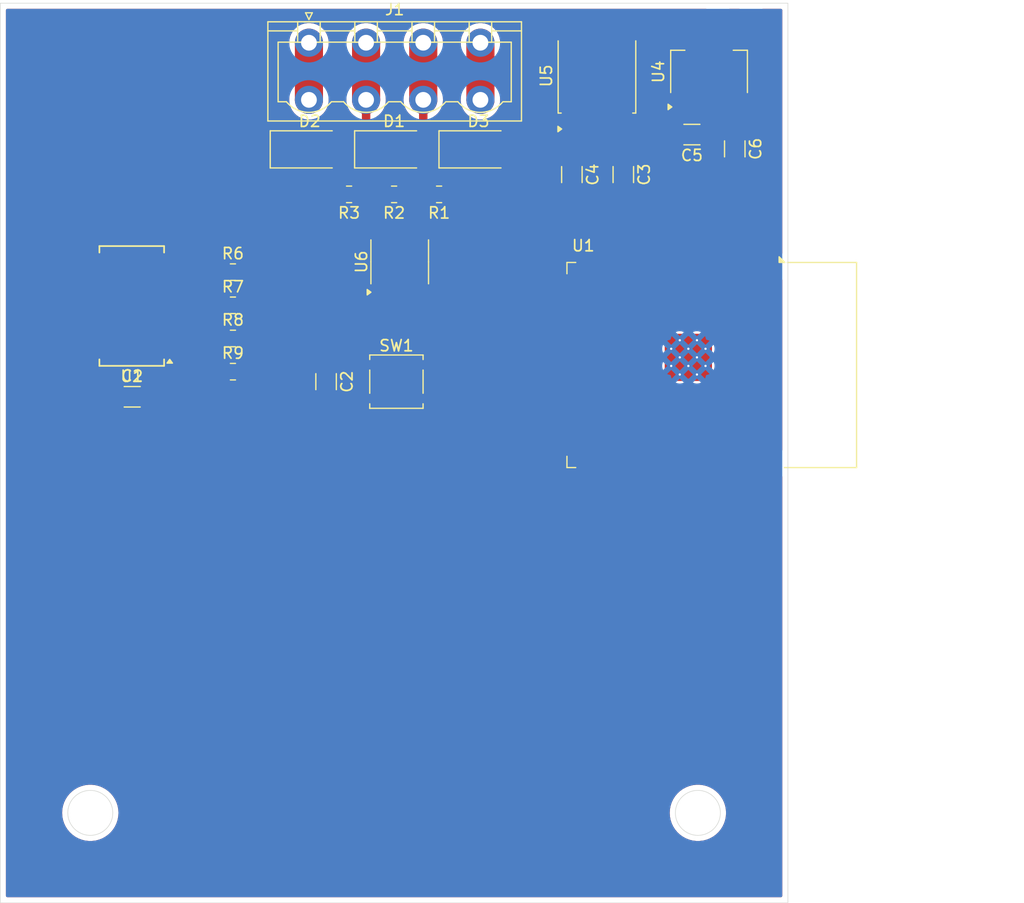
<source format=kicad_pcb>
(kicad_pcb (version 20240108) (generator "pcbnew") (generator_version "8.0")
  (layers (0 "F.Cu" signal) (31 "B.Cu" signal) (34 "B.Paste" user) (35 "F.Paste" user) (36 "B.SilkS" user "B.Silkscreen") (37 "F.SilkS" user "F.Silkscreen") (38 "B.Mask" user) (39 "F.Mask" user) (44 "Edge.Cuts" user))
  (net 0 "")
  (net 2 "/vccio")
  (net 3 "GND")
  (net 4 "reset")
  (net 7 "Net-(D1-A1)")
  (net 14 "Net-(D1-A2)")
  (net 18 "Net-(U2-DTR)")
  (net 25 "Net-(U2-RTS)")
  (net 30 "boot")
  (net 31 "rts1")
  (net 34 "txd0")
  (net 38 "+12V")
  (net 39 "+3.3V")
  (net 40 "txd1")
  (net 42 "rxd1")
  (net 43 "rxd0")
  (net 44 "+5V")
  (net 46 "Net-(P1-D+)")
  (net 47 "VUSB")
  (net 55 "Net-(P1-D-)")
  (net 61 "Net-(D4-K)")
  (net 62 "unconnected-(J1-Pin_4-Pad4)")
  (footprint "Diode_SMD:D_SMA" (layer "F.Cu") (at 212 60.5)
    (property "Reference" "D1" (at 0 -2.5 0) (layer "F.SilkS"))
    (property "Value" "SMAJ12CA")
    (fp_line (start -3.51 -1.65) (end -3.51 1.65) (stroke (width 0.12)) (layer "F.SilkS"))
    (fp_line (start -3.51 -1.65) (end 2 -1.65) (stroke (width 0.12)) (layer "F.SilkS"))
    (fp_line (start -3.51 1.65) (end 2 1.65) (stroke (width 0.12)) (layer "F.SilkS"))
    (pad "1" smd roundrect (at -2 0) (size 2.5 1.8) (layers "F.Cu" "F.Paste" "F.Mask") (roundrect_rratio 0.1388888889) (net 7 "Net-(D1-A1)"))
    (pad "2" smd roundrect (at 2 0) (size 2.5 1.8) (layers "F.Cu" "F.Paste" "F.Mask") (roundrect_rratio 0.1388888889) (net 14 "Net-(D1-A2)"))
  )
  (footprint "Resistor_SMD:R_0805_2012Metric_Pad1.20x1.40mm_HandSolder" (layer "F.Cu") (at 208 64.5 180)
    (property "Reference" "R3" (at 0 -1.65 180) (layer "F.SilkS"))
    (property "Value" "560")
    (fp_line (start -0.227064 0.735) (end 0.227064 0.735) (stroke (width 0.12)) (layer "F.SilkS"))
    (fp_line (start -0.227064 -0.735) (end 0.227064 -0.735) (stroke (width 0.12)) (layer "F.SilkS"))
    (pad "1" smd roundrect (at -1 0 180) (size 1.2 1.4) (layers "F.Cu" "F.Paste" "F.Mask") (roundrect_rratio 0.208333) (net 7 "Net-(D1-A1)"))
    (pad "2" smd roundrect (at 1 0 180) (size 1.2 1.4) (layers "F.Cu" "F.Paste" "F.Mask") (roundrect_rratio 0.208333) (net 44 "+5V"))
  )
  (footprint "Capacitor_SMD:C_1206_3216Metric" (layer "F.Cu") (at 227.8 62.74 -90)
    (property "Reference" "C4" (at 0 -1.85 90) (layer "F.SilkS"))
    (property "Value" "10u")
    (fp_line (start -0.711252 0.91) (end 0.711252 0.91) (stroke (width 0.12)) (layer "F.SilkS"))
    (fp_line (start -0.711252 -0.91) (end 0.711252 -0.91) (stroke (width 0.12)) (layer "F.SilkS"))
    (pad "1" smd roundrect (at -1.475 0 270) (size 1.15 1.8) (layers "F.Cu" "F.Paste" "F.Mask") (roundrect_rratio 0.217391) (net 38 "+12V"))
    (pad "2" smd roundrect (at 1.475 0 270) (size 1.15 1.8) (layers "F.Cu" "F.Paste" "F.Mask") (roundrect_rratio 0.217391) (net 3 "GND"))
  )
  (footprint "Capacitor_SMD:C_1206_3216Metric" (layer "F.Cu") (at 188.725 82.5)
    (property "Reference" "C1" (at 0 -1.85 0) (layer "F.SilkS"))
    (property "Value" "100n")
    (fp_line (start -0.711252 -0.91) (end 0.711252 -0.91) (stroke (width 0.12)) (layer "F.SilkS"))
    (fp_line (start -0.711252 0.91) (end 0.711252 0.91) (stroke (width 0.12)) (layer "F.SilkS"))
    (pad "1" smd roundrect (at -1.475 0) (size 1.15 1.8) (layers "F.Cu" "F.Paste" "F.Mask") (roundrect_rratio 0.217391) (net 3 "GND"))
    (pad "2" smd roundrect (at 1.475 0) (size 1.15 1.8) (layers "F.Cu" "F.Paste" "F.Mask") (roundrect_rratio 0.217391) (net 2 "/vccio"))
  )
  (footprint "Diode_SMD:D_SMA" (layer "F.Cu") (at 219.5 60.5)
    (property "Reference" "D3" (at 0 -2.5 0) (layer "F.SilkS"))
    (property "Value" "SMAJ12CA")
    (fp_line (start -3.51 -1.65) (end -3.51 1.65) (stroke (width 0.12)) (layer "F.SilkS"))
    (fp_line (start -3.51 -1.65) (end 2 -1.65) (stroke (width 0.12)) (layer "F.SilkS"))
    (fp_line (start -3.51 1.65) (end 2 1.65) (stroke (width 0.12)) (layer "F.SilkS"))
    (pad "1" smd roundrect (at -2 0) (size 2.5 1.8) (layers "F.Cu" "F.Paste" "F.Mask") (roundrect_rratio 0.1388888889) (net 14 "Net-(D1-A2)"))
    (pad "2" smd roundrect (at 2 0) (size 2.5 1.8) (layers "F.Cu" "F.Paste" "F.Mask") (roundrect_rratio 0.1388888889) (net 3 "GND"))
  )
  (footprint "Package_TO_SOT_SMD:TO-252-2" (layer "F.Cu") (at 230.03 53.96 90)
    (property "Reference" "U5" (at 0 -4.5 -90) (layer "F.SilkS"))
    (property "Value" "L7805")
    (fp_line (start 3.11 -3.45) (end -3.31 -3.45) (stroke (width 0.12)) (layer "F.SilkS"))
    (fp_line (start -3.31 -3.45) (end -3.31 -3.18) (stroke (width 0.12)) (layer "F.SilkS"))
    (fp_line (start 3.11 3.45) (end -3.31 3.45) (stroke (width 0.12)) (layer "F.SilkS"))
    (fp_line (start -3.31 3.45) (end -3.31 3.18) (stroke (width 0.12)) (layer "F.SilkS"))
    (fp_poly (pts (xy -4.73 -3.14) (xy -4.97 -3.47) (xy -4.49 -3.47) (xy -4.73 -3.14)) (stroke (width 0.12)) (fill solid) (layer "F.SilkS"))
    (pad "1" smd roundrect (at -5.04 -2.28 90) (size 2.2 1.2) (layers "F.Cu" "F.Paste" "F.Mask") (roundrect_rratio 0.208333) (net 38 "+12V"))
    (pad "2" smd roundrect (at -0.415 -1.525 90) (size 3.05 2.75) (layers "F.Cu" "F.Paste") (roundrect_rratio 0.090909) (net 3 "GND"))
    (pad "2" smd roundrect (at -0.415 1.525 90) (size 3.05 2.75) (layers "F.Cu" "F.Paste") (roundrect_rratio 0.090909) (net 3 "GND"))
    (pad "2" smd roundrect (at 1.26 0 90) (size 6.4 5.8) (layers "F.Cu" "F.Mask") (roundrect_rratio 0.043103) (net 3 "GND"))
    (pad "2" smd roundrect (at 2.935 -1.525 90) (size 3.05 2.75) (layers "F.Cu" "F.Paste") (roundrect_rratio 0.090909) (net 3 "GND"))
    (pad "2" smd roundrect (at 2.935 1.525 90) (size 3.05 2.75) (layers "F.Cu" "F.Paste") (roundrect_rratio 0.090909) (net 3 "GND"))
    (pad "3" smd roundrect (at -5.04 2.28 90) (size 2.2 1.2) (layers "F.Cu" "F.Paste" "F.Mask") (roundrect_rratio 0.208333) (net 44 "+5V"))
  )
  (footprint "Resistor_SMD:R_0805_2012Metric_Pad1.20x1.40mm_HandSolder" (layer "F.Cu") (at 216 64.5 180)
    (property "Reference" "R1" (at 0 -1.65 180) (layer "F.SilkS"))
    (property "Value" "560")
    (fp_line (start -0.227064 0.735) (end 0.227064 0.735) (stroke (width 0.12)) (layer "F.SilkS"))
    (fp_line (start -0.227064 -0.735) (end 0.227064 -0.735) (stroke (width 0.12)) (layer "F.SilkS"))
    (pad "1" smd roundrect (at -1 0 180) (size 1.2 1.4) (layers "F.Cu" "F.Paste" "F.Mask") (roundrect_rratio 0.208333) (net 3 "GND"))
    (pad "2" smd roundrect (at 1 0 180) (size 1.2 1.4) (layers "F.Cu" "F.Paste" "F.Mask") (roundrect_rratio 0.208333) (net 14 "Net-(D1-A2)"))
  )
  (footprint "Capacitor_SMD:C_1206_3216Metric" (layer "F.Cu") (at 242.278 60.454 -90)
    (property "Reference" "C6" (at 0 -1.85 90) (layer "F.SilkS"))
    (property "Value" "10u")
    (fp_line (start -0.711252 0.91) (end 0.711252 0.91) (stroke (width 0.12)) (layer "F.SilkS"))
    (fp_line (start -0.711252 -0.91) (end 0.711252 -0.91) (stroke (width 0.12)) (layer "F.SilkS"))
    (pad "1" smd roundrect (at -1.475 0 270) (size 1.15 1.8) (layers "F.Cu" "F.Paste" "F.Mask") (roundrect_rratio 0.217391) (net 61 "Net-(D4-K)"))
    (pad "2" smd roundrect (at 1.475 0 270) (size 1.15 1.8) (layers "F.Cu" "F.Paste" "F.Mask") (roundrect_rratio 0.217391) (net 3 "GND"))
  )
  (footprint "Resistor_SMD:R_0805_2012Metric_Pad1.20x1.40mm_HandSolder" (layer "F.Cu") (at 197.6775 74.366)
    (property "Reference" "R7" (at 0 -1.65 0) (layer "F.SilkS"))
    (property "Value" "10k")
    (fp_line (start -0.227064 -0.735) (end 0.227064 -0.735) (stroke (width 0.12)) (layer "F.SilkS"))
    (fp_line (start -0.227064 0.735) (end 0.227064 0.735) (stroke (width 0.12)) (layer "F.SilkS"))
    (pad "1" smd roundrect (at -1 0) (size 1.2 1.4) (layers "F.Cu" "F.Paste" "F.Mask") (roundrect_rratio 0.208333) (net 25 "Net-(U2-RTS)"))
    (pad "2" smd roundrect (at 1 0) (size 1.2 1.4) (layers "F.Cu" "F.Paste" "F.Mask") (roundrect_rratio 0.208333))
  )
  (footprint "Diode_SMD:D_SMA" (layer "F.Cu") (at 204.5 60.5)
    (property "Reference" "D2" (at 0 -2.5 0) (layer "F.SilkS"))
    (property "Value" "SMAJ12CA")
    (fp_line (start -3.51 -1.65) (end -3.51 1.65) (stroke (width 0.12)) (layer "F.SilkS"))
    (fp_line (start -3.51 -1.65) (end 2 -1.65) (stroke (width 0.12)) (layer "F.SilkS"))
    (fp_line (start -3.51 1.65) (end 2 1.65) (stroke (width 0.12)) (layer "F.SilkS"))
    (pad "1" smd roundrect (at -2 0) (size 2.5 1.8) (layers "F.Cu" "F.Paste" "F.Mask") (roundrect_rratio 0.1388888889) (net 3 "GND"))
    (pad "2" smd roundrect (at 2 0) (size 2.5 1.8) (layers "F.Cu" "F.Paste" "F.Mask") (roundrect_rratio 0.1388888889) (net 7 "Net-(D1-A1)"))
  )
  (footprint "Resistor_SMD:R_0805_2012Metric_Pad1.20x1.40mm_HandSolder" (layer "F.Cu") (at 212 64.5 180)
    (property "Reference" "R2" (at 0 -1.65 180) (layer "F.SilkS"))
    (property "Value" "120")
    (fp_line (start -0.227064 0.735) (end 0.227064 0.735) (stroke (width 0.12)) (layer "F.SilkS"))
    (fp_line (start -0.227064 -0.735) (end 0.227064 -0.735) (stroke (width 0.12)) (layer "F.SilkS"))
    (pad "1" smd roundrect (at -1 0 180) (size 1.2 1.4) (layers "F.Cu" "F.Paste" "F.Mask") (roundrect_rratio 0.208333) (net 14 "Net-(D1-A2)"))
    (pad "2" smd roundrect (at 1 0 180) (size 1.2 1.4) (layers "F.Cu" "F.Paste" "F.Mask") (roundrect_rratio 0.208333) (net 7 "Net-(D1-A1)"))
  )
  (footprint "RF_Module:ESP32-WROOM-32" (layer "F.Cu") (at 237.243 79.675 -90)
    (property "Reference" "U1" (at -10.61 8.43 180) (layer "F.SilkS"))
    (property "Value" "ESP32-WROOM-32")
    (fp_line (start -9.12 9.88) (end -8.12 9.88) (stroke (width 0.12)) (layer "F.SilkS"))
    (fp_line (start 9.12 9.88) (end 8.12 9.88) (stroke (width 0.12)) (layer "F.SilkS"))
    (fp_line (start -9.12 9.1) (end -9.12 9.88) (stroke (width 0.12)) (layer "F.SilkS"))
    (fp_line (start 9.12 9.1) (end 9.12 9.88) (stroke (width 0.12)) (layer "F.SilkS"))
    (fp_line (start -9.12 -15.86) (end -9.12 -9.7) (stroke (width 0.12)) (layer "F.SilkS"))
    (fp_line (start -9.12 -15.86) (end 9.12 -15.86) (stroke (width 0.12)) (layer "F.SilkS"))
    (fp_line (start 9.12 -15.86) (end 9.12 -9.445) (stroke (width 0.12)) (layer "F.SilkS"))
    (fp_poly (pts (xy -9.125 -8.975) (xy -9.625 -8.975) (xy -9.125 -9.475) (xy -9.125 -8.975)) (stroke (width 0.12)) (fill solid) (layer "F.SilkS"))
    (pad "1" smd rect (at -8.75 -8.25 270) (size 1.5 0.9) (layers "F.Cu" "F.Paste" "F.Mask") (net 3 "GND"))
    (pad "2" smd rect (at -8.75 -6.98 270) (size 1.5 0.9) (layers "F.Cu" "F.Paste" "F.Mask") (net 39 "+3.3V"))
    (pad "3" smd rect (at -8.75 -5.71 270) (size 1.5 0.9) (layers "F.Cu" "F.Paste" "F.Mask") (net 4 "reset"))
    (pad "4" smd rect (at -8.75 -4.44 270) (size 1.5 0.9) (layers "F.Cu" "F.Paste" "F.Mask"))
    (pad "5" smd rect (at -8.75 -3.17 270) (size 1.5 0.9) (layers "F.Cu" "F.Paste" "F.Mask"))
    (pad "6" smd rect (at -8.75 -1.9 270) (size 1.5 0.9) (layers "F.Cu" "F.Paste" "F.Mask"))
    (pad "7" smd rect (at -8.75 -0.63 270) (size 1.5 0.9) (layers "F.Cu" "F.Paste" "F.Mask"))
    (pad "8" smd rect (at -8.75 0.64 270) (size 1.5 0.9) (layers "F.Cu" "F.Paste" "F.Mask"))
    (pad "9" smd rect (at -8.75 1.91 270) (size 1.5 0.9) (layers "F.Cu" "F.Paste" "F.Mask"))
    (pad "10" smd rect (at -8.75 3.18 270) (size 1.5 0.9) (layers "F.Cu" "F.Paste" "F.Mask"))
    (pad "11" smd rect (at -8.75 4.45 270) (size 1.5 0.9) (layers "F.Cu" "F.Paste" "F.Mask"))
    (pad "12" smd rect (at -8.75 5.72 270) (size 1.5 0.9) (layers "F.Cu" "F.Paste" "F.Mask"))
    (pad "13" smd rect (at -8.75 6.99 270) (size 1.5 0.9) (layers "F.Cu" "F.Paste" "F.Mask"))
    (pad "14" smd rect (at -8.75 8.26 270) (size 1.5 0.9) (layers "F.Cu" "F.Paste" "F.Mask"))
    (pad "15" smd rect (at -5.71 9.51) (size 1.5 0.9) (layers "F.Cu" "F.Paste" "F.Mask") (net 3 "GND"))
    (pad "16" smd rect (at -4.44 9.51) (size 1.5 0.9) (layers "F.Cu" "F.Paste" "F.Mask"))
    (pad "17" smd rect (at -3.17 9.51) (size 1.5 0.9) (layers "F.Cu" "F.Paste" "F.Mask") (net 42 "rxd1"))
    (pad "18" smd rect (at -1.9 9.51) (size 1.5 0.9) (layers "F.Cu" "F.Paste" "F.Mask") (net 40 "txd1"))
    (pad "19" smd rect (at -0.63 9.51) (size 1.5 0.9) (layers "F.Cu" "F.Paste" "F.Mask") (net 31 "rts1"))
    (pad "20" smd rect (at 0.64 9.51) (size 1.5 0.9) (layers "F.Cu" "F.Paste" "F.Mask"))
    (pad "21" smd rect (at 1.91 9.51) (size 1.5 0.9) (layers "F.Cu" "F.Paste" "F.Mask"))
    (pad "22" smd rect (at 3.18 9.51) (size 1.5 0.9) (layers "F.Cu" "F.Paste" "F.Mask"))
    (pad "23" smd rect (at 4.45 9.51) (size 1.5 0.9) (layers "F.Cu" "F.Paste" "F.Mask"))
    (pad "24" smd rect (at 5.72 9.51) (size 1.5 0.9) (layers "F.Cu" "F.Paste" "F.Mask"))
    (pad "25" smd rect (at 8.75 8.26 270) (size 1.5 0.9) (layers "F.Cu" "F.Paste" "F.Mask") (net 30 "boot"))
    (pad "26" smd rect (at 8.75 6.99 270) (size 1.5 0.9) (layers "F.Cu" "F.Paste" "F.Mask"))
    (pad "27" smd rect (at 8.75 5.72 270) (size 1.5 0.9) (layers "F.Cu" "F.Paste" "F.Mask"))
    (pad "28" smd rect (at 8.75 4.45 270) (size 1.5 0.9) (layers "F.Cu" "F.Paste" "F.Mask"))
    (pad "29" smd rect (at 8.75 3.18 270) (size 1.5 0.9) (layers "F.Cu" "F.Paste" "F.Mask"))
    (pad "30" smd rect (at 8.75 1.91 270) (size 1.5 0.9) (layers "F.Cu" "F.Paste" "F.Mask"))
    (pad "31" smd rect (at 8.75 0.64 270) (size 1.5 0.9) (layers "F.Cu" "F.Paste" "F.Mask"))
    (pad "32" smd rect (at 8.75 -0.63 270) (size 1.5 0.9) (layers "F.Cu" "F.Paste" "F.Mask"))
    (pad "33" smd rect (at 8.75 -1.9 270) (size 1.5 0.9) (layers "F.Cu" "F.Paste" "F.Mask"))
    (pad "34" smd rect (at 8.75 -3.17 270) (size 1.5 0.9) (layers "F.Cu" "F.Paste" "F.Mask") (net 43 "rxd0"))
    (pad "35" smd rect (at 8.75 -4.44 270) (size 1.5 0.9) (layers "F.Cu" "F.Paste" "F.Mask") (net 34 "txd0"))
    (pad "36" smd rect (at 8.75 -5.71 270) (size 1.5 0.9) (layers "F.Cu" "F.Paste" "F.Mask"))
    (pad "37" smd rect (at 8.75 -6.98 270) (size 1.5 0.9) (layers "F.Cu" "F.Paste" "F.Mask"))
    (pad "38" smd rect (at 8.75 -8.25 270) (size 1.5 0.9) (layers "F.Cu" "F.Paste" "F.Mask") (net 3 "GND"))
    (pad "39" smd rect (at -2.205 -2.435 270) (size 1.05 1.05) (layers "F.Cu" "F.Paste") (net 3 "GND"))
    (pad "39" thru_hole circle (at -2.205 -1.6725 270) (size 0.6 0.6) (drill 0.2) (property pad_prop_heatsink) (layers "*.Cu" "F.Mask") (net 3 "GND"))
    (pad "39" smd rect (at -2.205 -0.91 270) (size 1.05 1.05) (layers "F.Cu" "F.Paste") (net 3 "GND"))
    (pad "39" thru_hole circle (at -2.205 -0.1475 270) (size 0.6 0.6) (drill 0.2) (property pad_prop_heatsink) (layers "*.Cu" "F.Mask") (net 3 "GND"))
    (pad "39" smd rect (at -2.205 0.615 270) (size 1.05 1.05) (layers "F.Cu" "F.Paste") (net 3 "GND"))
    (pad "39" thru_hole circle (at -1.4425 -2.435 270) (size 0.6 0.6) (drill 0.2) (property pad_prop_heatsink) (layers "*.Cu" "F.Mask") (net 3 "GND"))
    (pad "39" thru_hole circle (at -1.4425 -0.91 270) (size 0.6 0.6) (drill 0.2) (property pad_prop_heatsink) (layers "*.Cu" "F.Mask") (net 3 "GND"))
    (pad "39" thru_hole circle (at -1.4425 0.615 270) (size 0.6 0.6) (drill 0.2) (property pad_prop_heatsink) (layers "*.Cu" "F.Mask") (net 3 "GND"))
    (pad "39" smd rect (at -0.68 -2.435 270) (size 1.05 1.05) (layers "F.Cu" "F.Paste") (net 3 "GND"))
    (pad "39" thru_hole circle (at -0.68 -1.6725 270) (size 0.6 0.6) (drill 0.2) (property pad_prop_heatsink) (layers "*.Cu" "F.Mask") (net 3 "GND"))
    (pad "39" smd rect (at -0.68 -0.91 270) (size 1.05 1.05) (layers "F.Cu" "F.Paste") (net 3 "GND"))
    (pad "39" smd rect (at -0.68 -0.91 270) (size 4.2 4.2) (layers "F.Cu" "F.Mask") (net 3 "GND"))
    (pad "39" thru_hole circle (at -0.68 -0.1475 270) (size 0.6 0.6) (drill 0.2) (property pad_prop_heatsink) (layers "*.Cu" "F.Mask") (net 3 "GND"))
    (pad "39" smd rect (at -0.68 0.615 270) (size 1.05 1.05) (layers "F.Cu" "F.Paste") (net 3 "GND"))
    (pad "39" thru_hole circle (at 0.0825 -2.435 270) (size 0.6 0.6) (drill 0.2) (property pad_prop_heatsink) (layers "*.Cu" "F.Mask") (net 3 "GND"))
    (pad "39" thru_hole circle (at 0.0825 -0.91 270) (size 0.6 0.6) (drill 0.2) (property pad_prop_heatsink) (layers "*.Cu" "F.Mask") (net 3 "GND"))
    (pad "39" thru_hole circle (at 0.0825 0.615 270) (size 0.6 0.6) (drill 0.2) (property pad_prop_heatsink) (layers "*.Cu" "F.Mask") (net 3 "GND"))
    (pad "39" smd rect (at 0.845 -2.435 270) (size 1.05 1.05) (layers "F.Cu" "F.Paste") (net 3 "GND"))
    (pad "39" thru_hole circle (at 0.845 -1.6725 270) (size 0.6 0.6) (drill 0.2) (property pad_prop_heatsink) (layers "*.Cu" "F.Mask") (net 3 "GND"))
    (pad "39" smd rect (at 0.845 -0.91 270) (size 1.05 1.05) (layers "F.Cu" "F.Paste") (net 3 "GND"))
    (pad "39" thru_hole circle (at 0.845 -0.1475 270) (size 0.6 0.6) (drill 0.2) (property pad_prop_heatsink) (layers "*.Cu" "F.Mask") (net 3 "GND"))
    (pad "39" smd rect (at 0.845 0.615 270) (size 1.05 1.05) (layers "F.Cu" "F.Paste") (net 3 "GND"))
    (zone (net 0) (net_name "") (layers "F.Cu" "In1.Cu" "B.Cu") (connect_pads (clearance 0)) (min_thickness 0.254)
      (keepout (tracks not_allowed) (vias not_allowed) (pads not_allowed) (copperpour not_allowed) (footprints not_allowed))
      (fill (thermal_gap 0.508) (thermal_bridge_width 0.508))
      (polygon (pts (xy 247.043 55.675) (xy 247.043 103.675) (xy 267.983 103.675) (xy 267.983 55.675)))
    )
  )
  (footprint "Package_SO:SSOP-28_5.3x10.2mm_P0.65mm" (layer "F.Cu") (at 188.684 74.424 180)
    (property "Reference" "U2" (at 0 -6.25 180) (layer "F.SilkS"))
    (property "Value" "FT232RL")
    (fp_line (start 2.875 4.75) (end 2.875 5.325) (stroke (width 0.15)) (layer "F.SilkS"))
    (fp_line (start 2.875 -5.325) (end 2.875 -4.75) (stroke (width 0.15)) (layer "F.SilkS"))
    (fp_line (start -2.875 5.325) (end 2.875 5.325) (stroke (width 0.15)) (layer "F.SilkS"))
    (fp_line (start -2.875 4.75) (end -2.875 5.325) (stroke (width 0.15)) (layer "F.SilkS"))
    (fp_line (start -2.875 -5.325) (end 2.875 -5.325) (stroke (width 0.15)) (layer "F.SilkS"))
    (fp_line (start -2.875 -5.325) (end -2.875 -4.75) (stroke (width 0.15)) (layer "F.SilkS"))
    (fp_poly (pts (xy -3.375 -4.75) (xy -3.615 -5.08) (xy -3.135 -5.08) (xy -3.375 -4.75)) (stroke (width 0.12)) (fill solid) (layer "F.SilkS"))
    (pad "1" smd rect (at -3.6 -4.225 180) (size 1.75 0.45) (layers "F.Cu" "F.Paste" "F.Mask") (net 43 "rxd0"))
    (pad "2" smd rect (at -3.6 -3.575 180) (size 1.75 0.45) (layers "F.Cu" "F.Paste" "F.Mask") (net 18 "Net-(U2-DTR)"))
    (pad "3" smd rect (at -3.6 -2.925 180) (size 1.75 0.45) (layers "F.Cu" "F.Paste" "F.Mask") (net 25 "Net-(U2-RTS)"))
    (pad "4" smd rect (at -3.6 -2.275 180) (size 1.75 0.45) (layers "F.Cu" "F.Paste" "F.Mask") (net 2 "/vccio"))
    (pad "5" smd rect (at -3.6 -1.625 180) (size 1.75 0.45) (layers "F.Cu" "F.Paste" "F.Mask") (net 34 "txd0"))
    (pad "6" smd rect (at -3.6 -0.975 180) (size 1.75 0.45) (layers "F.Cu" "F.Paste" "F.Mask"))
    (pad "7" smd rect (at -3.6 -0.325 180) (size 1.75 0.45) (layers "F.Cu" "F.Paste" "F.Mask") (net 3 "GND"))
    (pad "8" smd rect (at -3.6 0.325 180) (size 1.75 0.45) (layers "F.Cu" "F.Paste" "F.Mask"))
    (pad "9" smd rect (at -3.6 0.975 180) (size 1.75 0.45) (layers "F.Cu" "F.Paste" "F.Mask"))
    (pad "10" smd rect (at -3.6 1.625 180) (size 1.75 0.45) (layers "F.Cu" "F.Paste" "F.Mask"))
    (pad "11" smd rect (at -3.6 2.275 180) (size 1.75 0.45) (layers "F.Cu" "F.Paste" "F.Mask"))
    (pad "12" smd rect (at -3.6 2.925 180) (size 1.75 0.45) (layers "F.Cu" "F.Paste" "F.Mask"))
    (pad "13" smd rect (at -3.6 3.575 180) (size 1.75 0.45) (layers "F.Cu" "F.Paste" "F.Mask"))
    (pad "14" smd rect (at -3.6 4.225 180) (size 1.75 0.45) (layers "F.Cu" "F.Paste" "F.Mask"))
    (pad "15" smd rect (at 3.6 4.225 180) (size 1.75 0.45) (layers "F.Cu" "F.Paste" "F.Mask") (net 46 "Net-(P1-D+)"))
    (pad "16" smd rect (at 3.6 3.575 180) (size 1.75 0.45) (layers "F.Cu" "F.Paste" "F.Mask") (net 55 "Net-(P1-D-)"))
    (pad "17" smd rect (at 3.6 2.925 180) (size 1.75 0.45) (layers "F.Cu" "F.Paste" "F.Mask") (net 2 "/vccio"))
    (pad "18" smd rect (at 3.6 2.275 180) (size 1.75 0.45) (layers "F.Cu" "F.Paste" "F.Mask") (net 3 "GND"))
    (pad "19" smd rect (at 3.6 1.625 180) (size 1.75 0.45) (layers "F.Cu" "F.Paste" "F.Mask"))
    (pad "20" smd rect (at 3.6 0.975 180) (size 1.75 0.45) (layers "F.Cu" "F.Paste" "F.Mask") (net 47 "VUSB"))
    (pad "21" smd rect (at 3.6 0.325 180) (size 1.75 0.45) (layers "F.Cu" "F.Paste" "F.Mask") (net 3 "GND"))
    (pad "22" smd rect (at 3.6 -0.325 180) (size 1.75 0.45) (layers "F.Cu" "F.Paste" "F.Mask"))
    (pad "23" smd rect (at 3.6 -0.975 180) (size 1.75 0.45) (layers "F.Cu" "F.Paste" "F.Mask"))
    (pad "24" smd rect (at 3.6 -1.625 180) (size 1.75 0.45) (layers "F.Cu" "F.Paste" "F.Mask"))
    (pad "25" smd rect (at 3.6 -2.275 180) (size 1.75 0.45) (layers "F.Cu" "F.Paste" "F.Mask") (net 3 "GND"))
    (pad "26" smd rect (at 3.6 -2.925 180) (size 1.75 0.45) (layers "F.Cu" "F.Paste" "F.Mask") (net 3 "GND"))
    (pad "27" smd rect (at 3.6 -3.575 180) (size 1.75 0.45) (layers "F.Cu" "F.Paste" "F.Mask"))
    (pad "28" smd rect (at 3.6 -4.225 180) (size 1.75 0.45) (layers "F.Cu" "F.Paste" "F.Mask"))
  )
  (footprint "Capacitor_SMD:C_1206_3216Metric" (layer "F.Cu") (at 238.468 59.184 180)
    (property "Reference" "C5" (at 0 -1.85 180) (layer "F.SilkS"))
    (property "Value" "10u")
    (fp_line (start -0.711252 0.91) (end 0.711252 0.91) (stroke (width 0.12)) (layer "F.SilkS"))
    (fp_line (start -0.711252 -0.91) (end 0.711252 -0.91) (stroke (width 0.12)) (layer "F.SilkS"))
    (pad "1" smd roundrect (at -1.475 0 180) (size 1.15 1.8) (layers "F.Cu" "F.Paste" "F.Mask") (roundrect_rratio 0.217391) (net 39 "+3.3V"))
    (pad "2" smd roundrect (at 1.475 0 180) (size 1.15 1.8) (layers "F.Cu" "F.Paste" "F.Mask") (roundrect_rratio 0.217391) (net 3 "GND"))
  )
  (footprint "Resistor_SMD:R_0805_2012Metric_Pad1.20x1.40mm_HandSolder" (layer "F.Cu") (at 197.6775 77.316)
    (property "Reference" "R8" (at 0 -1.65 0) (layer "F.SilkS"))
    (property "Value" "10k")
    (fp_line (start -0.227064 -0.735) (end 0.227064 -0.735) (stroke (width 0.12)) (layer "F.SilkS"))
    (fp_line (start -0.227064 0.735) (end 0.227064 0.735) (stroke (width 0.12)) (layer "F.SilkS"))
    (pad "1" smd roundrect (at -1 0) (size 1.2 1.4) (layers "F.Cu" "F.Paste" "F.Mask") (roundrect_rratio 0.208333) (net 39 "+3.3V"))
    (pad "2" smd roundrect (at 1 0) (size 1.2 1.4) (layers "F.Cu" "F.Paste" "F.Mask") (roundrect_rratio 0.208333) (net 4 "reset"))
  )
  (footprint "Button_Switch_SMD:SW_SPST_TL3305A" (layer "F.Cu") (at 212.206 81.155)
    (property "Reference" "SW1" (at 0 -3.2 0) (layer "F.SilkS"))
    (property "Value" "reset")
    (fp_line (start -2.37 -2.37) (end -2.37 -1.97) (stroke (width 0.12)) (layer "F.SilkS"))
    (fp_line (start -2.37 -2.37) (end 2.37 -2.37) (stroke (width 0.12)) (layer "F.SilkS"))
    (fp_line (start -2.37 1.03) (end -2.37 -1.03) (stroke (width 0.12)) (layer "F.SilkS"))
    (fp_line (start -2.37 2.37) (end -2.37 1.97) (stroke (width 0.12)) (layer "F.SilkS"))
    (fp_line (start -2.37 2.37) (end 2.37 2.37) (stroke (width 0.12)) (layer "F.SilkS"))
    (fp_line (start 2.37 -2.37) (end 2.37 -1.97) (stroke (width 0.12)) (layer "F.SilkS"))
    (fp_line (start 2.37 1.03) (end 2.37 -1.03) (stroke (width 0.12)) (layer "F.SilkS"))
    (fp_line (start 2.37 2.37) (end 2.37 1.97) (stroke (width 0.12)) (layer "F.SilkS"))
    (pad "1" smd rect (at -3.6 -1.5) (size 1.6 1.4) (layers "F.Cu" "F.Paste" "F.Mask") (net 4 "reset"))
    (pad "1" smd rect (at 3.6 -1.5) (size 1.6 1.4) (layers "F.Cu" "F.Paste" "F.Mask") (net 4 "reset"))
    (pad "2" smd rect (at -3.6 1.5) (size 1.6 1.4) (layers "F.Cu" "F.Paste" "F.Mask") (net 3 "GND"))
    (pad "2" smd rect (at 3.6 1.5) (size 1.6 1.4) (layers "F.Cu" "F.Paste" "F.Mask") (net 3 "GND"))
  )
  (footprint "maarten:PhoenixContact_ICV_2,5_4-G-5,08_1x04_P5.08mm_Vertical" (layer "F.Cu") (at 204.432 54.0645)
    (property "Reference" "J1" (at 7.62 -6 0) (layer "F.SilkS"))
    (property "Value" "Conn_01x04_Pin")
    (fp_line (start -3.65 -4.91) (end -3.65 3.91) (stroke (width 0.12)) (layer "F.SilkS"))
    (fp_line (start -3.65 -4.1) (end -1.11 -4.1) (stroke (width 0.12)) (layer "F.SilkS"))
    (fp_line (start -3.65 3.91) (end 18.89 3.91) (stroke (width 0.12)) (layer "F.SilkS"))
    (fp_line (start -2.74 -3.1) (end 17.98 -3.1) (stroke (width 0.12)) (layer "F.SilkS"))
    (fp_line (start -2.74 2.2) (end -2.74 -3.1) (stroke (width 0.12)) (layer "F.SilkS"))
    (fp_line (start -2 2.2) (end -2.74 2.2) (stroke (width 0.12)) (layer "F.SilkS"))
    (fp_line (start -1 -4.91) (end 1 -4.91) (stroke (width 0.12)) (layer "F.SilkS"))
    (fp_line (start -1 -3.1) (end -1 -4.91) (stroke (width 0.12)) (layer "F.SilkS"))
    (fp_line (start -0.3 -5.71) (end 0.3 -5.71) (stroke (width 0.12)) (layer "F.SilkS"))
    (fp_line (start 0 -5.11) (end -0.3 -5.71) (stroke (width 0.12)) (layer "F.SilkS"))
    (fp_line (start 0.3 -5.71) (end 0 -5.11) (stroke (width 0.12)) (layer "F.SilkS"))
    (fp_line (start 1 -4.91) (end 1 -3.1) (stroke (width 0.12)) (layer "F.SilkS"))
    (fp_line (start 1 -4.1) (end 4.08 -4.1) (stroke (width 0.12)) (layer "F.SilkS"))
    (fp_line (start 1 -3.1) (end -1 -3.1) (stroke (width 0.12)) (layer "F.SilkS"))
    (fp_line (start 2 2.2) (end 3.08 2.2) (stroke (width 0.12)) (layer "F.SilkS"))
    (fp_line (start 4.08 -4.91) (end 6.08 -4.91) (stroke (width 0.12)) (layer "F.SilkS"))
    (fp_line (start 4.08 -3.1) (end 4.08 -4.91) (stroke (width 0.12)) (layer "F.SilkS"))
    (fp_line (start 6.08 -4.91) (end 6.08 -3.1) (stroke (width 0.12)) (layer "F.SilkS"))
    (fp_line (start 6.08 -4.1) (end 9.16 -4.1) (stroke (width 0.12)) (layer "F.SilkS"))
    (fp_line (start 6.08 -3.1) (end 4.08 -3.1) (stroke (width 0.12)) (layer "F.SilkS"))
    (fp_line (start 7.08 2.2) (end 8.16 2.2) (stroke (width 0.12)) (layer "F.SilkS"))
    (fp_line (start 9.16 -4.91) (end 11.16 -4.91) (stroke (width 0.12)) (layer "F.SilkS"))
    (fp_line (start 9.16 -3.1) (end 9.16 -4.91) (stroke (width 0.12)) (layer "F.SilkS"))
    (fp_line (start 11.16 -4.91) (end 11.16 -3.1) (stroke (width 0.12)) (layer "F.SilkS"))
    (fp_line (start 11.16 -4.1) (end 14.24 -4.1) (stroke (width 0.12)) (layer "F.SilkS"))
    (fp_line (start 11.16 -3.1) (end 9.16 -3.1) (stroke (width 0.12)) (layer "F.SilkS"))
    (fp_line (start 12.16 2.2) (end 13.24 2.2) (stroke (width 0.12)) (layer "F.SilkS"))
    (fp_line (start 14.24 -4.91) (end 16.24 -4.91) (stroke (width 0.12)) (layer "F.SilkS"))
    (fp_line (start 14.24 -3.1) (end 14.24 -4.91) (stroke (width 0.12)) (layer "F.SilkS"))
    (fp_line (start 16.24 -4.91) (end 16.24 -3.1) (stroke (width 0.12)) (layer "F.SilkS"))
    (fp_line (start 16.24 -3.1) (end 14.24 -3.1) (stroke (width 0.12)) (layer "F.SilkS"))
    (fp_line (start 17.98 -3.1) (end 17.98 2.2) (stroke (width 0.12)) (layer "F.SilkS"))
    (fp_line (start 17.98 2.2) (end 17.24 2.2) (stroke (width 0.12)) (layer "F.SilkS"))
    (fp_line (start 18.89 -4.91) (end -3.65 -4.91) (stroke (width 0.12)) (layer "F.SilkS"))
    (fp_line (start 18.89 -4.1) (end 16.35 -4.1) (stroke (width 0.12)) (layer "F.SilkS"))
    (fp_line (start 18.89 3.91) (end 18.89 -4.91) (stroke (width 0.12)) (layer "F.SilkS"))
    (fp_arc (start 1.986842 2.215821) (mid -0.010289 3.142758) (end -2 2.2) (stroke (width 0.12)) (layer "F.SilkS"))
    (fp_arc (start 7.066842 2.215821) (mid 5.069711 3.142758) (end 3.08 2.2) (stroke (width 0.12)) (layer "F.SilkS"))
    (fp_arc (start 12.146842 2.215821) (mid 10.149711 3.142758) (end 8.16 2.2) (stroke (width 0.12)) (layer "F.SilkS"))
    (fp_arc (start 17.226842 2.215821) (mid 15.229711 3.142758) (end 13.24 2.2) (stroke (width 0.12)) (layer "F.SilkS"))
    (pad "1" thru_hole circle (at 15.24 -3.048) (size 2.5 2.5) (drill 1.4) (layers "*.Cu" "*.Mask") (net 38 "+12V"))
    (pad "1" thru_hole circle (at 15.24 2.032) (size 2.5 2.5) (drill 1.4) (layers "*.Cu" "*.Mask") (net 38 "+12V"))
    (pad "2" thru_hole circle (at 10.16 -3.048) (size 2.5 2.5) (drill 1.4) (layers "*.Cu" "*.Mask") (net 14 "Net-(D1-A2)"))
    (pad "2" thru_hole circle (at 10.16 2.032) (size 2.5 2.5) (drill 1.4) (layers "*.Cu" "*.Mask") (net 14 "Net-(D1-A2)"))
    (pad "3" thru_hole circle (at 5.08 -3.048) (size 2.5 2.5) (drill 1.4) (layers "*.Cu" "*.Mask") (net 7 "Net-(D1-A1)"))
    (pad "3" thru_hole circle (at 5.08 2.032) (size 2.5 2.5) (drill 1.4) (layers "*.Cu" "*.Mask") (net 7 "Net-(D1-A1)"))
    (pad "4" thru_hole circle (at 0 -3.048) (size 2.5 2.5) (drill 1.4) (layers "*.Cu" "*.Mask") (net 62 "unconnected-(J1-Pin_4-Pad4)"))
    (pad "4" thru_hole circle (at 0 2.032) (size 2.5 2.5) (drill 1.4) (layers "*.Cu" "*.Mask") (net 62 "unconnected-(J1-Pin_4-Pad4)"))
  )
  (footprint "Resistor_SMD:R_0805_2012Metric_Pad1.20x1.40mm_HandSolder" (layer "F.Cu") (at 197.6775 80.266)
    (property "Reference" "R9" (at 0 -1.65 0) (layer "F.SilkS"))
    (property "Value" "10k")
    (fp_line (start -0.227064 -0.735) (end 0.227064 -0.735) (stroke (width 0.12)) (layer "F.SilkS"))
    (fp_line (start -0.227064 0.735) (end 0.227064 0.735) (stroke (width 0.12)) (layer "F.SilkS"))
    (pad "1" smd roundrect (at -1 0) (size 1.2 1.4) (layers "F.Cu" "F.Paste" "F.Mask") (roundrect_rratio 0.208333) (net 30 "boot"))
    (pad "2" smd roundrect (at 1 0) (size 1.2 1.4) (layers "F.Cu" "F.Paste" "F.Mask") (roundrect_rratio 0.208333) (net 39 "+3.3V"))
  )
  (footprint "Resistor_SMD:R_0805_2012Metric_Pad1.20x1.40mm_HandSolder" (layer "F.Cu") (at 197.6775 71.416)
    (property "Reference" "R6" (at 0 -1.65 0) (layer "F.SilkS"))
    (property "Value" "10k")
    (fp_line (start -0.227064 -0.735) (end 0.227064 -0.735) (stroke (width 0.12)) (layer "F.SilkS"))
    (fp_line (start -0.227064 0.735) (end 0.227064 0.735) (stroke (width 0.12)) (layer "F.SilkS"))
    (pad "1" smd roundrect (at -1 0) (size 1.2 1.4) (layers "F.Cu" "F.Paste" "F.Mask") (roundrect_rratio 0.208333) (net 18 "Net-(U2-DTR)"))
    (pad "2" smd roundrect (at 1 0) (size 1.2 1.4) (layers "F.Cu" "F.Paste" "F.Mask") (roundrect_rratio 0.208333))
  )
  (footprint "Capacitor_SMD:C_1206_3216Metric" (layer "F.Cu") (at 232.372 62.74 -90)
    (property "Reference" "C3" (at 0 -1.85 90) (layer "F.SilkS"))
    (property "Value" "10u")
    (fp_line (start -0.711252 0.91) (end 0.711252 0.91) (stroke (width 0.12)) (layer "F.SilkS"))
    (fp_line (start -0.711252 -0.91) (end 0.711252 -0.91) (stroke (width 0.12)) (layer "F.SilkS"))
    (pad "1" smd roundrect (at -1.475 0 270) (size 1.15 1.8) (layers "F.Cu" "F.Paste" "F.Mask") (roundrect_rratio 0.217391) (net 44 "+5V"))
    (pad "2" smd roundrect (at 1.475 0 270) (size 1.15 1.8) (layers "F.Cu" "F.Paste" "F.Mask") (roundrect_rratio 0.217391) (net 3 "GND"))
  )
  (footprint "Package_SO:SOIC-10_3.9x4.9mm_P1mm" (layer "F.Cu") (at 212.5 70.5 90)
    (property "Reference" "U6" (at 0 -3.4 270) (layer "F.SilkS"))
    (property "Value" "~")
    (fp_line (start 0 -2.56) (end 1.95 -2.56) (stroke (width 0.12)) (layer "F.SilkS"))
    (fp_line (start 0 -2.56) (end -1.95 -2.56) (stroke (width 0.12)) (layer "F.SilkS"))
    (fp_line (start 0 2.56) (end 1.95 2.56) (stroke (width 0.12)) (layer "F.SilkS"))
    (fp_line (start 0 2.56) (end -1.95 2.56) (stroke (width 0.12)) (layer "F.SilkS"))
    (fp_poly (pts (xy -2.7 -2.56) (xy -2.94 -2.89) (xy -2.46 -2.89) (xy -2.7 -2.56)) (stroke (width 0.12)) (fill solid) (layer "F.SilkS"))
    (pad "1" smd roundrect (at -2.6625 -2 90) (size 1.575 0.6) (layers "F.Cu" "F.Paste" "F.Mask") (net 39 "+3.3V"))
    (pad "2" smd roundrect (at -2.6625 -1 90) (size 1.575 0.6) (layers "F.Cu" "F.Paste" "F.Mask") (net 42 "rxd1"))
    (pad "3" smd roundrect (at -2.6625 0 90) (size 1.575 0.6) (layers "F.Cu" "F.Paste" "F.Mask") (net 31 "rts1"))
    (pad "4" smd roundrect (at -2.6625 1 90) (size 1.575 0.6) (layers "F.Cu" "F.Paste" "F.Mask") (net 31 "rts1"))
    (pad "5" smd roundrect (at -2.6625 2 90) (size 1.575 0.6) (layers "F.Cu" "F.Paste" "F.Mask") (net 40 "txd1"))
    (pad "6" smd roundrect (at 2.6625 2 90) (size 1.575 0.6) (layers "F.Cu" "F.Paste" "F.Mask") (net 3 "GND"))
    (pad "7" smd roundrect (at 2.6625 1 90) (size 1.575 0.6) (layers "F.Cu" "F.Paste" "F.Mask"))
    (pad "8" smd roundrect (at 2.6625 0 90) (size 1.575 0.6) (layers "F.Cu" "F.Paste" "F.Mask") (net 14 "Net-(D1-A2)"))
    (pad "9" smd roundrect (at 2.6625 -1 90) (size 1.575 0.6) (layers "F.Cu" "F.Paste" "F.Mask") (net 7 "Net-(D1-A1)"))
    (pad "10" smd roundrect (at 2.6625 -2 90) (size 1.575 0.6) (layers "F.Cu" "F.Paste" "F.Mask") (net 44 "+5V"))
  )
  (footprint "Capacitor_SMD:C_1206_3216Metric" (layer "F.Cu") (at 205.956 81.155 -90)
    (property "Reference" "C2" (at 0 -1.85 90) (layer "F.SilkS"))
    (property "Value" "100n")
    (fp_line (start -0.711252 0.91) (end 0.711252 0.91) (stroke (width 0.12)) (layer "F.SilkS"))
    (fp_line (start -0.711252 -0.91) (end 0.711252 -0.91) (stroke (width 0.12)) (layer "F.SilkS"))
    (pad "1" smd roundrect (at -1.475 0 270) (size 1.15 1.8) (layers "F.Cu" "F.Paste" "F.Mask") (roundrect_rratio 0.217391) (net 4 "reset"))
    (pad "2" smd roundrect (at 1.475 0 270) (size 1.15 1.8) (layers "F.Cu" "F.Paste" "F.Mask") (roundrect_rratio 0.217391) (net 3 "GND"))
  )
  (footprint "Package_TO_SOT_SMD:SOT-223-3_TabPin2" (layer "F.Cu") (at 239.992 53.596 90)
    (property "Reference" "U4" (at 0 -4.5 270) (layer "F.SilkS"))
    (property "Value" "AMS1117-3.3")
    (fp_line (start 1.91 -3.41) (end 1.91 -2.15) (stroke (width 0.12)) (layer "F.SilkS"))
    (fp_line (start -1.85 -3.41) (end 1.91 -3.41) (stroke (width 0.12)) (layer "F.SilkS"))
    (fp_line (start 1.91 3.41) (end 1.91 2.15) (stroke (width 0.12)) (layer "F.SilkS"))
    (fp_line (start -1.85 3.41) (end 1.91 3.41) (stroke (width 0.12)) (layer "F.SilkS"))
    (fp_poly (pts (xy -3.13 -3.31) (xy -3.37 -3.64) (xy -2.89 -3.64) (xy -3.13 -3.31)) (stroke (width 0.12)) (fill solid) (layer "F.SilkS"))
    (pad "1" smd roundrect (at -3.15 -2.3 90) (size 2 1.5) (layers "F.Cu" "F.Paste" "F.Mask") (net 3 "GND"))
    (pad "2" smd roundrect (at -3.15 0 90) (size 2 1.5) (layers "F.Cu" "F.Paste" "F.Mask") (net 39 "+3.3V"))
    (pad "2" smd roundrect (at 3.15 0 90) (size 2 3.8) (layers "F.Cu" "F.Paste" "F.Mask") (net 39 "+3.3V"))
    (pad "3" smd roundrect (at -3.15 2.3 90) (size 2 1.5) (layers "F.Cu" "F.Paste" "F.Mask") (net 61 "Net-(D4-K)"))
  )
  (gr_circle (center 239 119.5) (end 241 119.5) (stroke (width 0.05)) (fill none) (layer "Edge.Cuts"))
  (gr_circle (center 185 119.5) (end 187 119.5) (stroke (width 0.05)) (fill none) (layer "Edge.Cuts"))
  (gr_rect (start 177 47.5) (end 247 127.5) (stroke (width 0.05)) (fill none) (layer "Edge.Cuts"))
  (segment (start 209.512 60.012) (end 210 60.5) (width 0.75) (layer "F.Cu") (net 7))
  (segment (start 209.512 51.0165) (end 209.512 56.0965) (width 2.5) (layer "F.Cu") (net 7))
  (segment (start 206.5 60.5) (end 210 60.5) (width 0.75) (layer "F.Cu") (net 7))
  (segment (start 211.5 67.8375) (end 211.5 65) (width 0.5) (layer "F.Cu") (net 7))
  (segment (start 211.5 65) (end 211 64.5) (width 0.5) (layer "F.Cu") (net 7))
  (segment (start 210 64.5) (end 211 64.5) (width 0.75) (layer "F.Cu") (net 7))
  (segment (start 209.512 56.0965) (end 209.512 60.012) (width 0.75) (layer "F.Cu") (net 7))
  (segment (start 209 64.5) (end 210 64.5) (width 0.75) (layer "F.Cu") (net 7))
  (segment (start 210 60.5) (end 210 64.5) (width 0.75) (layer "F.Cu") (net 7))
  (segment (start 214.592 51.0165) (end 214.592 56.0965) (width 2.5) (layer "F.Cu") (net 14))
  (segment (start 214.592 59.908) (end 214 60.5) (width 0.75) (layer "F.Cu") (net 14))
  (segment (start 214 60.5) (end 214 64.5) (width 0.75) (layer "F.Cu") (net 14))
  (segment (start 214 64.5) (end 213 64.5) (width 0.75) (layer "F.Cu") (net 14))
  (segment (start 212.5 65) (end 213 64.5) (width 0.5) (layer "F.Cu") (net 14))
  (segment (start 214 60.5) (end 217.5 60.5) (width 0.75) (layer "F.Cu") (net 14))
  (segment (start 214.592 56.0965) (end 214.592 59.908) (width 0.75) (layer "F.Cu") (net 14))
  (segment (start 215 64.5) (end 214 64.5) (width 0.75) (layer "F.Cu") (net 14))
  (segment (start 212.5 67.8375) (end 212.5 65) (width 0.5) (layer "F.Cu") (net 14))
  (segment (start 219.672 51.0165) (end 219.672 56.0965) (width 2.5) (layer "F.Cu") (net 38))
  (segment (start 210.5 67.8375) (end 210.5 66) (width 0.5) (layer "F.Cu") (net 44))
  (segment (start 210.2 65.7) (end 208.2 65.7) (width 0.5) (layer "F.Cu") (net 44))
  (segment (start 208.2 65.7) (end 207 64.5) (width 0.5) (layer "F.Cu") (net 44))
  (segment (start 210.5 66) (end 210.2 65.7) (width 0.5) (layer "F.Cu") (net 44))
  (segment (start 204.432 51.0165) (end 204.432 56.0965) (width 2.5) (layer "F.Cu") (net 62))
  (zone (net 3) (net_name "GND") (layer "F.Cu") (connect_pads (clearance 0.5)) (min_thickness 0.25) (fill yes (thermal_gap 0.5) (thermal_bridge_width 0.5))
    (polygon (pts (xy 177.1225 47.595) (xy 177 127.5) (xy 247 127.5) (xy 247 47.5)))
  )
  (zone (net 3) (net_name "GND") (layer "B.Cu") (priority 1) (connect_pads (clearance 0.5)) (min_thickness 0.25) (fill yes (thermal_gap 0.5) (thermal_bridge_width 0.5))
    (polygon (pts (xy 177 47.5) (xy 177 127.5) (xy 247 127.5) (xy 247 47.5)))
  )
)
</source>
